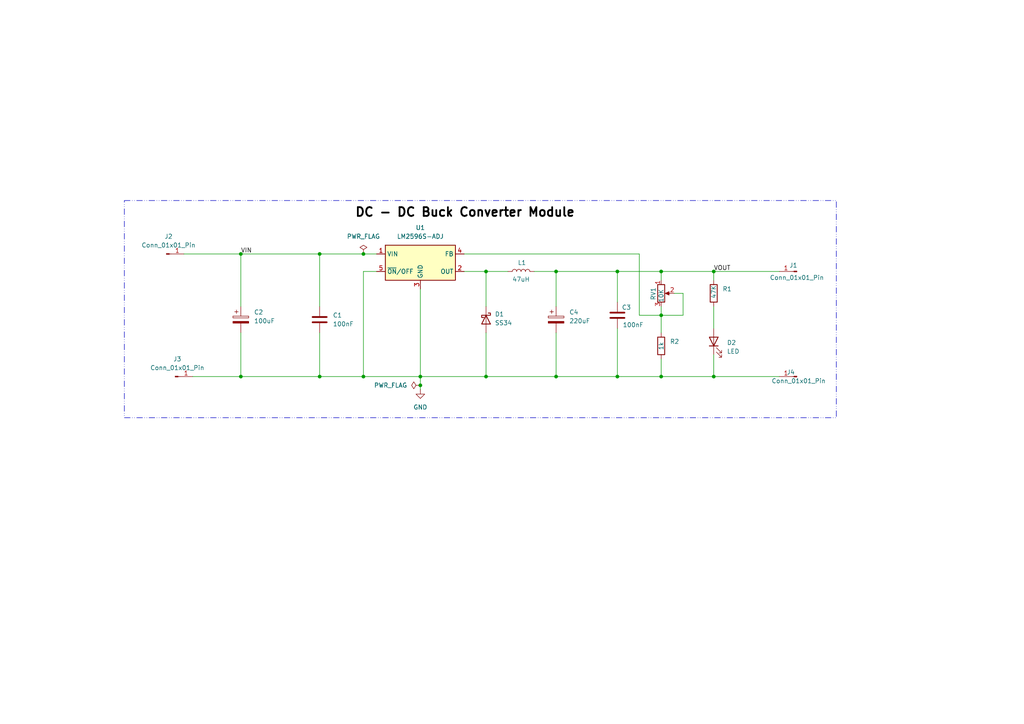
<source format=kicad_sch>
(kicad_sch
	(version 20250114)
	(generator "eeschema")
	(generator_version "9.0")
	(uuid "ee873b0c-d1dd-4d4f-98fc-cd2b040bd9b4")
	(paper "A4")
	(title_block
		(title "DC - DC Buck Converter Module")
		(date "2025-11-30")
		(company "IIT DHARWAD ")
		(comment 1 "Drawn By:- Er. Sujit Kumar")
	)
	(lib_symbols
		(symbol "Connector:Conn_01x01_Pin"
			(pin_names
				(offset 1.016)
				(hide yes)
			)
			(exclude_from_sim no)
			(in_bom yes)
			(on_board yes)
			(property "Reference" "J"
				(at 0 2.54 0)
				(effects
					(font
						(size 1.27 1.27)
					)
				)
			)
			(property "Value" "Conn_01x01_Pin"
				(at 0 -2.54 0)
				(effects
					(font
						(size 1.27 1.27)
					)
				)
			)
			(property "Footprint" ""
				(at 0 0 0)
				(effects
					(font
						(size 1.27 1.27)
					)
					(hide yes)
				)
			)
			(property "Datasheet" "~"
				(at 0 0 0)
				(effects
					(font
						(size 1.27 1.27)
					)
					(hide yes)
				)
			)
			(property "Description" "Generic connector, single row, 01x01, script generated"
				(at 0 0 0)
				(effects
					(font
						(size 1.27 1.27)
					)
					(hide yes)
				)
			)
			(property "ki_locked" ""
				(at 0 0 0)
				(effects
					(font
						(size 1.27 1.27)
					)
				)
			)
			(property "ki_keywords" "connector"
				(at 0 0 0)
				(effects
					(font
						(size 1.27 1.27)
					)
					(hide yes)
				)
			)
			(property "ki_fp_filters" "Connector*:*_1x??_*"
				(at 0 0 0)
				(effects
					(font
						(size 1.27 1.27)
					)
					(hide yes)
				)
			)
			(symbol "Conn_01x01_Pin_1_1"
				(rectangle
					(start 0.8636 0.127)
					(end 0 -0.127)
					(stroke
						(width 0.1524)
						(type default)
					)
					(fill
						(type outline)
					)
				)
				(polyline
					(pts
						(xy 1.27 0) (xy 0.8636 0)
					)
					(stroke
						(width 0.1524)
						(type default)
					)
					(fill
						(type none)
					)
				)
				(pin passive line
					(at 5.08 0 180)
					(length 3.81)
					(name "Pin_1"
						(effects
							(font
								(size 1.27 1.27)
							)
						)
					)
					(number "1"
						(effects
							(font
								(size 1.27 1.27)
							)
						)
					)
				)
			)
			(embedded_fonts no)
		)
		(symbol "Device:C"
			(pin_numbers
				(hide yes)
			)
			(pin_names
				(offset 0.254)
			)
			(exclude_from_sim no)
			(in_bom yes)
			(on_board yes)
			(property "Reference" "C"
				(at 0.635 2.54 0)
				(effects
					(font
						(size 1.27 1.27)
					)
					(justify left)
				)
			)
			(property "Value" "C"
				(at 0.635 -2.54 0)
				(effects
					(font
						(size 1.27 1.27)
					)
					(justify left)
				)
			)
			(property "Footprint" ""
				(at 0.9652 -3.81 0)
				(effects
					(font
						(size 1.27 1.27)
					)
					(hide yes)
				)
			)
			(property "Datasheet" "~"
				(at 0 0 0)
				(effects
					(font
						(size 1.27 1.27)
					)
					(hide yes)
				)
			)
			(property "Description" "Unpolarized capacitor"
				(at 0 0 0)
				(effects
					(font
						(size 1.27 1.27)
					)
					(hide yes)
				)
			)
			(property "ki_keywords" "cap capacitor"
				(at 0 0 0)
				(effects
					(font
						(size 1.27 1.27)
					)
					(hide yes)
				)
			)
			(property "ki_fp_filters" "C_*"
				(at 0 0 0)
				(effects
					(font
						(size 1.27 1.27)
					)
					(hide yes)
				)
			)
			(symbol "C_0_1"
				(polyline
					(pts
						(xy -2.032 0.762) (xy 2.032 0.762)
					)
					(stroke
						(width 0.508)
						(type default)
					)
					(fill
						(type none)
					)
				)
				(polyline
					(pts
						(xy -2.032 -0.762) (xy 2.032 -0.762)
					)
					(stroke
						(width 0.508)
						(type default)
					)
					(fill
						(type none)
					)
				)
			)
			(symbol "C_1_1"
				(pin passive line
					(at 0 3.81 270)
					(length 2.794)
					(name "~"
						(effects
							(font
								(size 1.27 1.27)
							)
						)
					)
					(number "1"
						(effects
							(font
								(size 1.27 1.27)
							)
						)
					)
				)
				(pin passive line
					(at 0 -3.81 90)
					(length 2.794)
					(name "~"
						(effects
							(font
								(size 1.27 1.27)
							)
						)
					)
					(number "2"
						(effects
							(font
								(size 1.27 1.27)
							)
						)
					)
				)
			)
			(embedded_fonts no)
		)
		(symbol "Device:C_Polarized"
			(pin_numbers
				(hide yes)
			)
			(pin_names
				(offset 0.254)
			)
			(exclude_from_sim no)
			(in_bom yes)
			(on_board yes)
			(property "Reference" "C"
				(at 0.635 2.54 0)
				(effects
					(font
						(size 1.27 1.27)
					)
					(justify left)
				)
			)
			(property "Value" "C_Polarized"
				(at 0.635 -2.54 0)
				(effects
					(font
						(size 1.27 1.27)
					)
					(justify left)
				)
			)
			(property "Footprint" ""
				(at 0.9652 -3.81 0)
				(effects
					(font
						(size 1.27 1.27)
					)
					(hide yes)
				)
			)
			(property "Datasheet" "~"
				(at 0 0 0)
				(effects
					(font
						(size 1.27 1.27)
					)
					(hide yes)
				)
			)
			(property "Description" "Polarized capacitor"
				(at 0 0 0)
				(effects
					(font
						(size 1.27 1.27)
					)
					(hide yes)
				)
			)
			(property "ki_keywords" "cap capacitor"
				(at 0 0 0)
				(effects
					(font
						(size 1.27 1.27)
					)
					(hide yes)
				)
			)
			(property "ki_fp_filters" "CP_*"
				(at 0 0 0)
				(effects
					(font
						(size 1.27 1.27)
					)
					(hide yes)
				)
			)
			(symbol "C_Polarized_0_1"
				(rectangle
					(start -2.286 0.508)
					(end 2.286 1.016)
					(stroke
						(width 0)
						(type default)
					)
					(fill
						(type none)
					)
				)
				(polyline
					(pts
						(xy -1.778 2.286) (xy -0.762 2.286)
					)
					(stroke
						(width 0)
						(type default)
					)
					(fill
						(type none)
					)
				)
				(polyline
					(pts
						(xy -1.27 2.794) (xy -1.27 1.778)
					)
					(stroke
						(width 0)
						(type default)
					)
					(fill
						(type none)
					)
				)
				(rectangle
					(start 2.286 -0.508)
					(end -2.286 -1.016)
					(stroke
						(width 0)
						(type default)
					)
					(fill
						(type outline)
					)
				)
			)
			(symbol "C_Polarized_1_1"
				(pin passive line
					(at 0 3.81 270)
					(length 2.794)
					(name "~"
						(effects
							(font
								(size 1.27 1.27)
							)
						)
					)
					(number "1"
						(effects
							(font
								(size 1.27 1.27)
							)
						)
					)
				)
				(pin passive line
					(at 0 -3.81 90)
					(length 2.794)
					(name "~"
						(effects
							(font
								(size 1.27 1.27)
							)
						)
					)
					(number "2"
						(effects
							(font
								(size 1.27 1.27)
							)
						)
					)
				)
			)
			(embedded_fonts no)
		)
		(symbol "Device:D_Schottky"
			(pin_numbers
				(hide yes)
			)
			(pin_names
				(offset 1.016)
				(hide yes)
			)
			(exclude_from_sim no)
			(in_bom yes)
			(on_board yes)
			(property "Reference" "D"
				(at 0 2.54 0)
				(effects
					(font
						(size 1.27 1.27)
					)
				)
			)
			(property "Value" "D_Schottky"
				(at 0 -2.54 0)
				(effects
					(font
						(size 1.27 1.27)
					)
				)
			)
			(property "Footprint" ""
				(at 0 0 0)
				(effects
					(font
						(size 1.27 1.27)
					)
					(hide yes)
				)
			)
			(property "Datasheet" "~"
				(at 0 0 0)
				(effects
					(font
						(size 1.27 1.27)
					)
					(hide yes)
				)
			)
			(property "Description" "Schottky diode"
				(at 0 0 0)
				(effects
					(font
						(size 1.27 1.27)
					)
					(hide yes)
				)
			)
			(property "ki_keywords" "diode Schottky"
				(at 0 0 0)
				(effects
					(font
						(size 1.27 1.27)
					)
					(hide yes)
				)
			)
			(property "ki_fp_filters" "TO-???* *_Diode_* *SingleDiode* D_*"
				(at 0 0 0)
				(effects
					(font
						(size 1.27 1.27)
					)
					(hide yes)
				)
			)
			(symbol "D_Schottky_0_1"
				(polyline
					(pts
						(xy -1.905 0.635) (xy -1.905 1.27) (xy -1.27 1.27) (xy -1.27 -1.27) (xy -0.635 -1.27) (xy -0.635 -0.635)
					)
					(stroke
						(width 0.254)
						(type default)
					)
					(fill
						(type none)
					)
				)
				(polyline
					(pts
						(xy 1.27 1.27) (xy 1.27 -1.27) (xy -1.27 0) (xy 1.27 1.27)
					)
					(stroke
						(width 0.254)
						(type default)
					)
					(fill
						(type none)
					)
				)
				(polyline
					(pts
						(xy 1.27 0) (xy -1.27 0)
					)
					(stroke
						(width 0)
						(type default)
					)
					(fill
						(type none)
					)
				)
			)
			(symbol "D_Schottky_1_1"
				(pin passive line
					(at -3.81 0 0)
					(length 2.54)
					(name "K"
						(effects
							(font
								(size 1.27 1.27)
							)
						)
					)
					(number "1"
						(effects
							(font
								(size 1.27 1.27)
							)
						)
					)
				)
				(pin passive line
					(at 3.81 0 180)
					(length 2.54)
					(name "A"
						(effects
							(font
								(size 1.27 1.27)
							)
						)
					)
					(number "2"
						(effects
							(font
								(size 1.27 1.27)
							)
						)
					)
				)
			)
			(embedded_fonts no)
		)
		(symbol "Device:L"
			(pin_numbers
				(hide yes)
			)
			(pin_names
				(offset 1.016)
				(hide yes)
			)
			(exclude_from_sim no)
			(in_bom yes)
			(on_board yes)
			(property "Reference" "L"
				(at -1.27 0 90)
				(effects
					(font
						(size 1.27 1.27)
					)
				)
			)
			(property "Value" "L"
				(at 1.905 0 90)
				(effects
					(font
						(size 1.27 1.27)
					)
				)
			)
			(property "Footprint" ""
				(at 0 0 0)
				(effects
					(font
						(size 1.27 1.27)
					)
					(hide yes)
				)
			)
			(property "Datasheet" "~"
				(at 0 0 0)
				(effects
					(font
						(size 1.27 1.27)
					)
					(hide yes)
				)
			)
			(property "Description" "Inductor"
				(at 0 0 0)
				(effects
					(font
						(size 1.27 1.27)
					)
					(hide yes)
				)
			)
			(property "ki_keywords" "inductor choke coil reactor magnetic"
				(at 0 0 0)
				(effects
					(font
						(size 1.27 1.27)
					)
					(hide yes)
				)
			)
			(property "ki_fp_filters" "Choke_* *Coil* Inductor_* L_*"
				(at 0 0 0)
				(effects
					(font
						(size 1.27 1.27)
					)
					(hide yes)
				)
			)
			(symbol "L_0_1"
				(arc
					(start 0 2.54)
					(mid 0.6323 1.905)
					(end 0 1.27)
					(stroke
						(width 0)
						(type default)
					)
					(fill
						(type none)
					)
				)
				(arc
					(start 0 1.27)
					(mid 0.6323 0.635)
					(end 0 0)
					(stroke
						(width 0)
						(type default)
					)
					(fill
						(type none)
					)
				)
				(arc
					(start 0 0)
					(mid 0.6323 -0.635)
					(end 0 -1.27)
					(stroke
						(width 0)
						(type default)
					)
					(fill
						(type none)
					)
				)
				(arc
					(start 0 -1.27)
					(mid 0.6323 -1.905)
					(end 0 -2.54)
					(stroke
						(width 0)
						(type default)
					)
					(fill
						(type none)
					)
				)
			)
			(symbol "L_1_1"
				(pin passive line
					(at 0 3.81 270)
					(length 1.27)
					(name "1"
						(effects
							(font
								(size 1.27 1.27)
							)
						)
					)
					(number "1"
						(effects
							(font
								(size 1.27 1.27)
							)
						)
					)
				)
				(pin passive line
					(at 0 -3.81 90)
					(length 1.27)
					(name "2"
						(effects
							(font
								(size 1.27 1.27)
							)
						)
					)
					(number "2"
						(effects
							(font
								(size 1.27 1.27)
							)
						)
					)
				)
			)
			(embedded_fonts no)
		)
		(symbol "Device:LED"
			(pin_numbers
				(hide yes)
			)
			(pin_names
				(offset 1.016)
				(hide yes)
			)
			(exclude_from_sim no)
			(in_bom yes)
			(on_board yes)
			(property "Reference" "D"
				(at 0 2.54 0)
				(effects
					(font
						(size 1.27 1.27)
					)
				)
			)
			(property "Value" "LED"
				(at 0 -2.54 0)
				(effects
					(font
						(size 1.27 1.27)
					)
				)
			)
			(property "Footprint" ""
				(at 0 0 0)
				(effects
					(font
						(size 1.27 1.27)
					)
					(hide yes)
				)
			)
			(property "Datasheet" "~"
				(at 0 0 0)
				(effects
					(font
						(size 1.27 1.27)
					)
					(hide yes)
				)
			)
			(property "Description" "Light emitting diode"
				(at 0 0 0)
				(effects
					(font
						(size 1.27 1.27)
					)
					(hide yes)
				)
			)
			(property "Sim.Pins" "1=K 2=A"
				(at 0 0 0)
				(effects
					(font
						(size 1.27 1.27)
					)
					(hide yes)
				)
			)
			(property "ki_keywords" "LED diode"
				(at 0 0 0)
				(effects
					(font
						(size 1.27 1.27)
					)
					(hide yes)
				)
			)
			(property "ki_fp_filters" "LED* LED_SMD:* LED_THT:*"
				(at 0 0 0)
				(effects
					(font
						(size 1.27 1.27)
					)
					(hide yes)
				)
			)
			(symbol "LED_0_1"
				(polyline
					(pts
						(xy -3.048 -0.762) (xy -4.572 -2.286) (xy -3.81 -2.286) (xy -4.572 -2.286) (xy -4.572 -1.524)
					)
					(stroke
						(width 0)
						(type default)
					)
					(fill
						(type none)
					)
				)
				(polyline
					(pts
						(xy -1.778 -0.762) (xy -3.302 -2.286) (xy -2.54 -2.286) (xy -3.302 -2.286) (xy -3.302 -1.524)
					)
					(stroke
						(width 0)
						(type default)
					)
					(fill
						(type none)
					)
				)
				(polyline
					(pts
						(xy -1.27 0) (xy 1.27 0)
					)
					(stroke
						(width 0)
						(type default)
					)
					(fill
						(type none)
					)
				)
				(polyline
					(pts
						(xy -1.27 -1.27) (xy -1.27 1.27)
					)
					(stroke
						(width 0.254)
						(type default)
					)
					(fill
						(type none)
					)
				)
				(polyline
					(pts
						(xy 1.27 -1.27) (xy 1.27 1.27) (xy -1.27 0) (xy 1.27 -1.27)
					)
					(stroke
						(width 0.254)
						(type default)
					)
					(fill
						(type none)
					)
				)
			)
			(symbol "LED_1_1"
				(pin passive line
					(at -3.81 0 0)
					(length 2.54)
					(name "K"
						(effects
							(font
								(size 1.27 1.27)
							)
						)
					)
					(number "1"
						(effects
							(font
								(size 1.27 1.27)
							)
						)
					)
				)
				(pin passive line
					(at 3.81 0 180)
					(length 2.54)
					(name "A"
						(effects
							(font
								(size 1.27 1.27)
							)
						)
					)
					(number "2"
						(effects
							(font
								(size 1.27 1.27)
							)
						)
					)
				)
			)
			(embedded_fonts no)
		)
		(symbol "Device:R"
			(pin_numbers
				(hide yes)
			)
			(pin_names
				(offset 0)
			)
			(exclude_from_sim no)
			(in_bom yes)
			(on_board yes)
			(property "Reference" "R"
				(at 2.032 0 90)
				(effects
					(font
						(size 1.27 1.27)
					)
				)
			)
			(property "Value" "R"
				(at 0 0 90)
				(effects
					(font
						(size 1.27 1.27)
					)
				)
			)
			(property "Footprint" ""
				(at -1.778 0 90)
				(effects
					(font
						(size 1.27 1.27)
					)
					(hide yes)
				)
			)
			(property "Datasheet" "~"
				(at 0 0 0)
				(effects
					(font
						(size 1.27 1.27)
					)
					(hide yes)
				)
			)
			(property "Description" "Resistor"
				(at 0 0 0)
				(effects
					(font
						(size 1.27 1.27)
					)
					(hide yes)
				)
			)
			(property "ki_keywords" "R res resistor"
				(at 0 0 0)
				(effects
					(font
						(size 1.27 1.27)
					)
					(hide yes)
				)
			)
			(property "ki_fp_filters" "R_*"
				(at 0 0 0)
				(effects
					(font
						(size 1.27 1.27)
					)
					(hide yes)
				)
			)
			(symbol "R_0_1"
				(rectangle
					(start -1.016 -2.54)
					(end 1.016 2.54)
					(stroke
						(width 0.254)
						(type default)
					)
					(fill
						(type none)
					)
				)
			)
			(symbol "R_1_1"
				(pin passive line
					(at 0 3.81 270)
					(length 1.27)
					(name "~"
						(effects
							(font
								(size 1.27 1.27)
							)
						)
					)
					(number "1"
						(effects
							(font
								(size 1.27 1.27)
							)
						)
					)
				)
				(pin passive line
					(at 0 -3.81 90)
					(length 1.27)
					(name "~"
						(effects
							(font
								(size 1.27 1.27)
							)
						)
					)
					(number "2"
						(effects
							(font
								(size 1.27 1.27)
							)
						)
					)
				)
			)
			(embedded_fonts no)
		)
		(symbol "Device:R_Potentiometer"
			(pin_names
				(offset 1.016)
				(hide yes)
			)
			(exclude_from_sim no)
			(in_bom yes)
			(on_board yes)
			(property "Reference" "RV"
				(at -4.445 0 90)
				(effects
					(font
						(size 1.27 1.27)
					)
				)
			)
			(property "Value" "R_Potentiometer"
				(at -2.54 0 90)
				(effects
					(font
						(size 1.27 1.27)
					)
				)
			)
			(property "Footprint" ""
				(at 0 0 0)
				(effects
					(font
						(size 1.27 1.27)
					)
					(hide yes)
				)
			)
			(property "Datasheet" "~"
				(at 0 0 0)
				(effects
					(font
						(size 1.27 1.27)
					)
					(hide yes)
				)
			)
			(property "Description" "Potentiometer"
				(at 0 0 0)
				(effects
					(font
						(size 1.27 1.27)
					)
					(hide yes)
				)
			)
			(property "ki_keywords" "resistor variable"
				(at 0 0 0)
				(effects
					(font
						(size 1.27 1.27)
					)
					(hide yes)
				)
			)
			(property "ki_fp_filters" "Potentiometer*"
				(at 0 0 0)
				(effects
					(font
						(size 1.27 1.27)
					)
					(hide yes)
				)
			)
			(symbol "R_Potentiometer_0_1"
				(rectangle
					(start 1.016 2.54)
					(end -1.016 -2.54)
					(stroke
						(width 0.254)
						(type default)
					)
					(fill
						(type none)
					)
				)
				(polyline
					(pts
						(xy 1.143 0) (xy 2.286 0.508) (xy 2.286 -0.508) (xy 1.143 0)
					)
					(stroke
						(width 0)
						(type default)
					)
					(fill
						(type outline)
					)
				)
				(polyline
					(pts
						(xy 2.54 0) (xy 1.524 0)
					)
					(stroke
						(width 0)
						(type default)
					)
					(fill
						(type none)
					)
				)
			)
			(symbol "R_Potentiometer_1_1"
				(pin passive line
					(at 0 3.81 270)
					(length 1.27)
					(name "1"
						(effects
							(font
								(size 1.27 1.27)
							)
						)
					)
					(number "1"
						(effects
							(font
								(size 1.27 1.27)
							)
						)
					)
				)
				(pin passive line
					(at 0 -3.81 90)
					(length 1.27)
					(name "3"
						(effects
							(font
								(size 1.27 1.27)
							)
						)
					)
					(number "3"
						(effects
							(font
								(size 1.27 1.27)
							)
						)
					)
				)
				(pin passive line
					(at 3.81 0 180)
					(length 1.27)
					(name "2"
						(effects
							(font
								(size 1.27 1.27)
							)
						)
					)
					(number "2"
						(effects
							(font
								(size 1.27 1.27)
							)
						)
					)
				)
			)
			(embedded_fonts no)
		)
		(symbol "Regulator_Switching:LM2596S-ADJ"
			(exclude_from_sim no)
			(in_bom yes)
			(on_board yes)
			(property "Reference" "U"
				(at -10.16 6.35 0)
				(effects
					(font
						(size 1.27 1.27)
					)
					(justify left)
				)
			)
			(property "Value" "LM2596S-ADJ"
				(at 0 6.35 0)
				(effects
					(font
						(size 1.27 1.27)
					)
					(justify left)
				)
			)
			(property "Footprint" "Package_TO_SOT_SMD:TO-263-5_TabPin3"
				(at 1.27 -6.35 0)
				(effects
					(font
						(size 1.27 1.27)
						(italic yes)
					)
					(justify left)
					(hide yes)
				)
			)
			(property "Datasheet" "http://www.ti.com/lit/ds/symlink/lm2596.pdf"
				(at 0 0 0)
				(effects
					(font
						(size 1.27 1.27)
					)
					(hide yes)
				)
			)
			(property "Description" "Adjustable 3A Step-Down Voltage Regulator, TO-263"
				(at 0 0 0)
				(effects
					(font
						(size 1.27 1.27)
					)
					(hide yes)
				)
			)
			(property "ki_keywords" "Step-Down Voltage Regulator Adjustable 3A"
				(at 0 0 0)
				(effects
					(font
						(size 1.27 1.27)
					)
					(hide yes)
				)
			)
			(property "ki_fp_filters" "TO?263*"
				(at 0 0 0)
				(effects
					(font
						(size 1.27 1.27)
					)
					(hide yes)
				)
			)
			(symbol "LM2596S-ADJ_0_1"
				(rectangle
					(start -10.16 5.08)
					(end 10.16 -5.08)
					(stroke
						(width 0.254)
						(type default)
					)
					(fill
						(type background)
					)
				)
			)
			(symbol "LM2596S-ADJ_1_1"
				(pin power_in line
					(at -12.7 2.54 0)
					(length 2.54)
					(name "VIN"
						(effects
							(font
								(size 1.27 1.27)
							)
						)
					)
					(number "1"
						(effects
							(font
								(size 1.27 1.27)
							)
						)
					)
				)
				(pin input line
					(at -12.7 -2.54 0)
					(length 2.54)
					(name "~{ON}/OFF"
						(effects
							(font
								(size 1.27 1.27)
							)
						)
					)
					(number "5"
						(effects
							(font
								(size 1.27 1.27)
							)
						)
					)
				)
				(pin power_in line
					(at 0 -7.62 90)
					(length 2.54)
					(name "GND"
						(effects
							(font
								(size 1.27 1.27)
							)
						)
					)
					(number "3"
						(effects
							(font
								(size 1.27 1.27)
							)
						)
					)
				)
				(pin input line
					(at 12.7 2.54 180)
					(length 2.54)
					(name "FB"
						(effects
							(font
								(size 1.27 1.27)
							)
						)
					)
					(number "4"
						(effects
							(font
								(size 1.27 1.27)
							)
						)
					)
				)
				(pin output line
					(at 12.7 -2.54 180)
					(length 2.54)
					(name "OUT"
						(effects
							(font
								(size 1.27 1.27)
							)
						)
					)
					(number "2"
						(effects
							(font
								(size 1.27 1.27)
							)
						)
					)
				)
			)
			(embedded_fonts no)
		)
		(symbol "power:GND"
			(power)
			(pin_numbers
				(hide yes)
			)
			(pin_names
				(offset 0)
				(hide yes)
			)
			(exclude_from_sim no)
			(in_bom yes)
			(on_board yes)
			(property "Reference" "#PWR"
				(at 0 -6.35 0)
				(effects
					(font
						(size 1.27 1.27)
					)
					(hide yes)
				)
			)
			(property "Value" "GND"
				(at 0 -3.81 0)
				(effects
					(font
						(size 1.27 1.27)
					)
				)
			)
			(property "Footprint" ""
				(at 0 0 0)
				(effects
					(font
						(size 1.27 1.27)
					)
					(hide yes)
				)
			)
			(property "Datasheet" ""
				(at 0 0 0)
				(effects
					(font
						(size 1.27 1.27)
					)
					(hide yes)
				)
			)
			(property "Description" "Power symbol creates a global label with name \"GND\" , ground"
				(at 0 0 0)
				(effects
					(font
						(size 1.27 1.27)
					)
					(hide yes)
				)
			)
			(property "ki_keywords" "global power"
				(at 0 0 0)
				(effects
					(font
						(size 1.27 1.27)
					)
					(hide yes)
				)
			)
			(symbol "GND_0_1"
				(polyline
					(pts
						(xy 0 0) (xy 0 -1.27) (xy 1.27 -1.27) (xy 0 -2.54) (xy -1.27 -1.27) (xy 0 -1.27)
					)
					(stroke
						(width 0)
						(type default)
					)
					(fill
						(type none)
					)
				)
			)
			(symbol "GND_1_1"
				(pin power_in line
					(at 0 0 270)
					(length 0)
					(name "~"
						(effects
							(font
								(size 1.27 1.27)
							)
						)
					)
					(number "1"
						(effects
							(font
								(size 1.27 1.27)
							)
						)
					)
				)
			)
			(embedded_fonts no)
		)
		(symbol "power:PWR_FLAG"
			(power)
			(pin_numbers
				(hide yes)
			)
			(pin_names
				(offset 0)
				(hide yes)
			)
			(exclude_from_sim no)
			(in_bom yes)
			(on_board yes)
			(property "Reference" "#FLG"
				(at 0 1.905 0)
				(effects
					(font
						(size 1.27 1.27)
					)
					(hide yes)
				)
			)
			(property "Value" "PWR_FLAG"
				(at 0 3.81 0)
				(effects
					(font
						(size 1.27 1.27)
					)
				)
			)
			(property "Footprint" ""
				(at 0 0 0)
				(effects
					(font
						(size 1.27 1.27)
					)
					(hide yes)
				)
			)
			(property "Datasheet" "~"
				(at 0 0 0)
				(effects
					(font
						(size 1.27 1.27)
					)
					(hide yes)
				)
			)
			(property "Description" "Special symbol for telling ERC where power comes from"
				(at 0 0 0)
				(effects
					(font
						(size 1.27 1.27)
					)
					(hide yes)
				)
			)
			(property "ki_keywords" "flag power"
				(at 0 0 0)
				(effects
					(font
						(size 1.27 1.27)
					)
					(hide yes)
				)
			)
			(symbol "PWR_FLAG_0_0"
				(pin power_out line
					(at 0 0 90)
					(length 0)
					(name "~"
						(effects
							(font
								(size 1.27 1.27)
							)
						)
					)
					(number "1"
						(effects
							(font
								(size 1.27 1.27)
							)
						)
					)
				)
			)
			(symbol "PWR_FLAG_0_1"
				(polyline
					(pts
						(xy 0 0) (xy 0 1.27) (xy -1.016 1.905) (xy 0 2.54) (xy 1.016 1.905) (xy 0 1.27)
					)
					(stroke
						(width 0)
						(type default)
					)
					(fill
						(type none)
					)
				)
			)
			(embedded_fonts no)
		)
	)
	(rectangle
		(start 36.068 58.166)
		(end 242.57 121.158)
		(stroke
			(width 0)
			(type dash_dot_dot)
		)
		(fill
			(type none)
		)
		(uuid 188309ef-0de7-4643-ac90-bebc4c65d182)
	)
	(text "DC - DC Buck Converter Module"
		(exclude_from_sim no)
		(at 134.874 61.722 0)
		(effects
			(font
				(size 2.54 2.54)
				(thickness 0.508)
				(bold yes)
				(color 0 0 0 1)
			)
		)
		(uuid "a17c159b-8a8b-4ea6-867d-8356bdc91483")
	)
	(junction
		(at 69.85 109.22)
		(diameter 0)
		(color 0 0 0 0)
		(uuid "24fba0b2-7ff1-442f-ab62-4243264cf96e")
	)
	(junction
		(at 140.97 109.22)
		(diameter 0)
		(color 0 0 0 0)
		(uuid "392aa17c-d0bb-4310-bc9e-7c6583a51cc0")
	)
	(junction
		(at 92.71 109.22)
		(diameter 0)
		(color 0 0 0 0)
		(uuid "45dcdfd1-ea04-4b52-a79a-6bed03e0e7b1")
	)
	(junction
		(at 207.01 109.22)
		(diameter 0)
		(color 0 0 0 0)
		(uuid "5ef7d10e-dcd1-4278-8d59-3c0c2b23bff5")
	)
	(junction
		(at 69.85 73.66)
		(diameter 0)
		(color 0 0 0 0)
		(uuid "70294ff0-7377-45a9-9dbf-e8421dfc4e1c")
	)
	(junction
		(at 140.97 78.74)
		(diameter 0)
		(color 0 0 0 0)
		(uuid "71c64188-bad7-4a82-a180-137e3f81953b")
	)
	(junction
		(at 105.41 73.66)
		(diameter 0)
		(color 0 0 0 0)
		(uuid "8acd2d8d-c6c6-418f-8eff-e9e233ce0183")
	)
	(junction
		(at 191.77 109.22)
		(diameter 0)
		(color 0 0 0 0)
		(uuid "8c1064fc-d3f8-4d99-a781-8c32e7a1dbdf")
	)
	(junction
		(at 121.92 109.22)
		(diameter 0)
		(color 0 0 0 0)
		(uuid "ae50037a-b768-4279-b289-5316021e0e82")
	)
	(junction
		(at 161.29 78.74)
		(diameter 0)
		(color 0 0 0 0)
		(uuid "bae85ef4-f655-4e6e-9eb3-252e1d123d71")
	)
	(junction
		(at 121.92 111.76)
		(diameter 0)
		(color 0 0 0 0)
		(uuid "bb284ac6-2e61-47f9-bc85-7a51f80e077a")
	)
	(junction
		(at 179.07 109.22)
		(diameter 0)
		(color 0 0 0 0)
		(uuid "d6a4eccf-0b9d-4520-a093-0299921d33ef")
	)
	(junction
		(at 105.41 109.22)
		(diameter 0)
		(color 0 0 0 0)
		(uuid "daca2091-2d6d-45b4-8398-3287d1e43bb9")
	)
	(junction
		(at 207.01 78.74)
		(diameter 0)
		(color 0 0 0 0)
		(uuid "e8b2ef2b-cb55-4ba7-bffd-3a87ea5982a1")
	)
	(junction
		(at 191.77 91.44)
		(diameter 0)
		(color 0 0 0 0)
		(uuid "ed94fd10-d7fc-40da-8e96-4491aa5df91f")
	)
	(junction
		(at 92.71 73.66)
		(diameter 0)
		(color 0 0 0 0)
		(uuid "ef7e274f-c4b9-4744-a6ea-c0b832af57dd")
	)
	(junction
		(at 191.77 78.74)
		(diameter 0)
		(color 0 0 0 0)
		(uuid "f18292e2-6a20-4da3-b150-86b5d99882b9")
	)
	(junction
		(at 179.07 78.74)
		(diameter 0)
		(color 0 0 0 0)
		(uuid "f8e141d0-b438-4056-b812-e1e55f96dd6c")
	)
	(junction
		(at 161.29 109.22)
		(diameter 0)
		(color 0 0 0 0)
		(uuid "fd1cd8b5-7fcd-4d6e-88a6-1aab260ac6b0")
	)
	(wire
		(pts
			(xy 92.71 88.9) (xy 92.71 73.66)
		)
		(stroke
			(width 0)
			(type default)
		)
		(uuid "05daa295-b0fb-4f81-a655-c39e558bcbc7")
	)
	(wire
		(pts
			(xy 207.01 95.25) (xy 207.01 88.9)
		)
		(stroke
			(width 0)
			(type default)
		)
		(uuid "0643afba-a477-46c7-8592-4922e55259bc")
	)
	(wire
		(pts
			(xy 121.92 111.76) (xy 121.92 109.22)
		)
		(stroke
			(width 0)
			(type default)
		)
		(uuid "0e03d504-a166-4fdb-961a-05a6d8ff984a")
	)
	(wire
		(pts
			(xy 69.85 88.9) (xy 69.85 73.66)
		)
		(stroke
			(width 0)
			(type default)
		)
		(uuid "1556dc30-c7d8-4354-930b-0f813bf6844b")
	)
	(wire
		(pts
			(xy 161.29 96.52) (xy 161.29 109.22)
		)
		(stroke
			(width 0)
			(type default)
		)
		(uuid "16f92240-a637-40eb-bd57-f753622258f2")
	)
	(wire
		(pts
			(xy 109.22 78.74) (xy 105.41 78.74)
		)
		(stroke
			(width 0)
			(type default)
		)
		(uuid "1d403c36-fcd6-4e79-a312-47c7cdd2f47a")
	)
	(wire
		(pts
			(xy 161.29 109.22) (xy 179.07 109.22)
		)
		(stroke
			(width 0)
			(type default)
		)
		(uuid "2178f7c4-f17e-4aea-8811-15a75962bb07")
	)
	(wire
		(pts
			(xy 69.85 73.66) (xy 92.71 73.66)
		)
		(stroke
			(width 0)
			(type default)
		)
		(uuid "228d22fe-4703-4b6a-b586-5a2173e03705")
	)
	(wire
		(pts
			(xy 179.07 78.74) (xy 161.29 78.74)
		)
		(stroke
			(width 0)
			(type default)
		)
		(uuid "29fea5ab-7c70-4d3b-83d7-19186d85ed6d")
	)
	(wire
		(pts
			(xy 198.12 91.44) (xy 191.77 91.44)
		)
		(stroke
			(width 0)
			(type default)
		)
		(uuid "30d54bc1-0604-4e45-a3b7-8e9823871148")
	)
	(wire
		(pts
			(xy 105.41 109.22) (xy 121.92 109.22)
		)
		(stroke
			(width 0)
			(type default)
		)
		(uuid "3602a068-539d-4309-bf44-6e8147f87298")
	)
	(wire
		(pts
			(xy 92.71 96.52) (xy 92.71 109.22)
		)
		(stroke
			(width 0)
			(type default)
		)
		(uuid "37a7a12b-f621-4ff9-b75a-188faaf28bfc")
	)
	(wire
		(pts
			(xy 161.29 78.74) (xy 161.29 88.9)
		)
		(stroke
			(width 0)
			(type default)
		)
		(uuid "520f53f3-4b9e-4e06-b6f9-ce1ba8917034")
	)
	(wire
		(pts
			(xy 191.77 104.14) (xy 191.77 109.22)
		)
		(stroke
			(width 0)
			(type default)
		)
		(uuid "54081331-f72a-40a6-b81b-c67b9948d660")
	)
	(wire
		(pts
			(xy 185.42 91.44) (xy 191.77 91.44)
		)
		(stroke
			(width 0)
			(type default)
		)
		(uuid "5688a82c-e449-443e-a54f-bff8825d0445")
	)
	(wire
		(pts
			(xy 121.92 109.22) (xy 140.97 109.22)
		)
		(stroke
			(width 0)
			(type default)
		)
		(uuid "604ba7ae-f903-4b46-8431-a4ab23b9af7b")
	)
	(wire
		(pts
			(xy 191.77 91.44) (xy 191.77 96.52)
		)
		(stroke
			(width 0)
			(type default)
		)
		(uuid "609730f2-0ba3-4a7f-aaf4-88580fe1f98f")
	)
	(wire
		(pts
			(xy 207.01 109.22) (xy 226.06 109.22)
		)
		(stroke
			(width 0)
			(type default)
		)
		(uuid "610e6bfb-c7ab-427f-bfca-230384fe612c")
	)
	(wire
		(pts
			(xy 191.77 78.74) (xy 207.01 78.74)
		)
		(stroke
			(width 0)
			(type default)
		)
		(uuid "6a096146-bb9b-4825-886b-7e2172df1d49")
	)
	(wire
		(pts
			(xy 198.12 85.09) (xy 198.12 91.44)
		)
		(stroke
			(width 0)
			(type default)
		)
		(uuid "6d78c1e4-785d-4eff-8785-4779fe071c6e")
	)
	(wire
		(pts
			(xy 179.07 95.25) (xy 179.07 109.22)
		)
		(stroke
			(width 0)
			(type default)
		)
		(uuid "6ed465c9-148e-45a5-a65b-2149d66240c7")
	)
	(wire
		(pts
			(xy 53.34 73.66) (xy 69.85 73.66)
		)
		(stroke
			(width 0)
			(type default)
		)
		(uuid "774bbcab-c421-4fae-8da3-c154f6acbe41")
	)
	(wire
		(pts
			(xy 179.07 109.22) (xy 191.77 109.22)
		)
		(stroke
			(width 0)
			(type default)
		)
		(uuid "786cc5b5-5858-4739-b8c8-d66f36456d28")
	)
	(wire
		(pts
			(xy 140.97 96.52) (xy 140.97 109.22)
		)
		(stroke
			(width 0)
			(type default)
		)
		(uuid "880e3b08-dcf5-444a-91b5-8f61935d7fda")
	)
	(wire
		(pts
			(xy 140.97 78.74) (xy 140.97 88.9)
		)
		(stroke
			(width 0)
			(type default)
		)
		(uuid "990b8eda-ea05-4050-88ef-4da6e607bbfa")
	)
	(wire
		(pts
			(xy 92.71 109.22) (xy 105.41 109.22)
		)
		(stroke
			(width 0)
			(type default)
		)
		(uuid "9ee4b4b8-435f-4bd8-b087-43cfc0640940")
	)
	(wire
		(pts
			(xy 207.01 81.28) (xy 207.01 78.74)
		)
		(stroke
			(width 0)
			(type default)
		)
		(uuid "9ef7f040-cfe0-4b99-95d9-5e1733a0e9c2")
	)
	(wire
		(pts
			(xy 207.01 102.87) (xy 207.01 109.22)
		)
		(stroke
			(width 0)
			(type default)
		)
		(uuid "a2c594c2-e8ae-42b3-b795-5e75684861d6")
	)
	(wire
		(pts
			(xy 179.07 78.74) (xy 191.77 78.74)
		)
		(stroke
			(width 0)
			(type default)
		)
		(uuid "a97ad3f1-1b2c-4b3e-b5d1-5b153564fbc0")
	)
	(wire
		(pts
			(xy 140.97 109.22) (xy 161.29 109.22)
		)
		(stroke
			(width 0)
			(type default)
		)
		(uuid "aae91756-1dd4-4ec3-8a06-2463fcc857ee")
	)
	(wire
		(pts
			(xy 105.41 78.74) (xy 105.41 109.22)
		)
		(stroke
			(width 0)
			(type default)
		)
		(uuid "ab0ea004-d3f7-43ff-9402-30e118c9657c")
	)
	(wire
		(pts
			(xy 207.01 78.74) (xy 226.06 78.74)
		)
		(stroke
			(width 0)
			(type default)
		)
		(uuid "acb73e99-7675-42bd-9ab6-2494eb4d56b2")
	)
	(wire
		(pts
			(xy 191.77 109.22) (xy 207.01 109.22)
		)
		(stroke
			(width 0)
			(type default)
		)
		(uuid "b917e81e-6dd1-427a-a04d-d0c91faaf160")
	)
	(wire
		(pts
			(xy 69.85 109.22) (xy 92.71 109.22)
		)
		(stroke
			(width 0)
			(type default)
		)
		(uuid "b96c7c45-3037-46ab-93e1-5e3319d125bd")
	)
	(wire
		(pts
			(xy 195.58 85.09) (xy 198.12 85.09)
		)
		(stroke
			(width 0)
			(type default)
		)
		(uuid "ce3687de-d775-4dfd-826d-c01a32e9511e")
	)
	(wire
		(pts
			(xy 191.77 81.28) (xy 191.77 78.74)
		)
		(stroke
			(width 0)
			(type default)
		)
		(uuid "d0f37add-182d-427a-b0ec-f6d7c8f90aec")
	)
	(wire
		(pts
			(xy 69.85 96.52) (xy 69.85 109.22)
		)
		(stroke
			(width 0)
			(type default)
		)
		(uuid "d1cb800e-8483-4ea2-adb2-c871ce8391ba")
	)
	(wire
		(pts
			(xy 134.62 73.66) (xy 185.42 73.66)
		)
		(stroke
			(width 0)
			(type default)
		)
		(uuid "d35e2189-9070-486f-9deb-11433a2a80be")
	)
	(wire
		(pts
			(xy 179.07 87.63) (xy 179.07 78.74)
		)
		(stroke
			(width 0)
			(type default)
		)
		(uuid "d7270987-060f-4d1c-a819-3302506353aa")
	)
	(wire
		(pts
			(xy 121.92 113.03) (xy 121.92 111.76)
		)
		(stroke
			(width 0)
			(type default)
		)
		(uuid "d87e61e7-3e20-4beb-b9ba-ccff58a64f28")
	)
	(wire
		(pts
			(xy 105.41 73.66) (xy 109.22 73.66)
		)
		(stroke
			(width 0)
			(type default)
		)
		(uuid "de30ca45-5da9-41ed-bcc2-83b909e3b978")
	)
	(wire
		(pts
			(xy 140.97 78.74) (xy 147.32 78.74)
		)
		(stroke
			(width 0)
			(type default)
		)
		(uuid "df53f80c-707c-4c8a-b993-6847dcd477af")
	)
	(wire
		(pts
			(xy 154.94 78.74) (xy 161.29 78.74)
		)
		(stroke
			(width 0)
			(type default)
		)
		(uuid "e37d1b04-3dee-4851-bdb0-92c307061970")
	)
	(wire
		(pts
			(xy 92.71 73.66) (xy 105.41 73.66)
		)
		(stroke
			(width 0)
			(type default)
		)
		(uuid "e49cf6e7-0a47-41ac-a931-e4e4bdbc2244")
	)
	(wire
		(pts
			(xy 185.42 73.66) (xy 185.42 91.44)
		)
		(stroke
			(width 0)
			(type default)
		)
		(uuid "e8f287af-82fc-4a43-9fe5-6c17e66e5c94")
	)
	(wire
		(pts
			(xy 191.77 91.44) (xy 191.77 88.9)
		)
		(stroke
			(width 0)
			(type default)
		)
		(uuid "e990f3bd-281f-413c-a3d3-92246e7806bf")
	)
	(wire
		(pts
			(xy 55.88 109.22) (xy 69.85 109.22)
		)
		(stroke
			(width 0)
			(type default)
		)
		(uuid "e9c95203-0e8a-45a5-af51-f4e222779172")
	)
	(wire
		(pts
			(xy 121.92 83.82) (xy 121.92 109.22)
		)
		(stroke
			(width 0)
			(type default)
		)
		(uuid "f86bf4bc-ac6d-4ea2-83e2-ac7f623e404f")
	)
	(wire
		(pts
			(xy 134.62 78.74) (xy 140.97 78.74)
		)
		(stroke
			(width 0)
			(type default)
		)
		(uuid "faed054d-ec77-4949-999c-e12c68438045")
	)
	(label "VIN"
		(at 69.85 73.66 0)
		(effects
			(font
				(size 1.27 1.27)
			)
			(justify left bottom)
		)
		(uuid "1e57db19-7536-46f2-8f5b-5263a4ed687e")
	)
	(label "VOUT"
		(at 207.01 78.74 0)
		(effects
			(font
				(size 1.27 1.27)
			)
			(justify left bottom)
		)
		(uuid "2d165319-41f6-455b-a719-f148139574b8")
	)
	(symbol
		(lib_id "Connector:Conn_01x01_Pin")
		(at 50.8 109.22 0)
		(unit 1)
		(exclude_from_sim no)
		(in_bom yes)
		(on_board yes)
		(dnp no)
		(fields_autoplaced yes)
		(uuid "27f29c56-539f-4984-853c-af1b83088401")
		(property "Reference" "J3"
			(at 51.435 104.14 0)
			(effects
				(font
					(size 1.27 1.27)
				)
			)
		)
		(property "Value" "Conn_01x01_Pin"
			(at 51.435 106.68 0)
			(effects
				(font
					(size 1.27 1.27)
				)
			)
		)
		(property "Footprint" "Connector_PinHeader_2.54mm:PinHeader_1x01_P2.54mm_Vertical"
			(at 50.8 109.22 0)
			(effects
				(font
					(size 1.27 1.27)
				)
				(hide yes)
			)
		)
		(property "Datasheet" "~"
			(at 50.8 109.22 0)
			(effects
				(font
					(size 1.27 1.27)
				)
				(hide yes)
			)
		)
		(property "Description" "Generic connector, single row, 01x01, script generated"
			(at 50.8 109.22 0)
			(effects
				(font
					(size 1.27 1.27)
				)
				(hide yes)
			)
		)
		(pin "1"
			(uuid "620efa2f-7ab4-402c-b347-0f01fc13ffd0")
		)
		(instances
			(project "BC- LM2596 -ADJ"
				(path "/ee873b0c-d1dd-4d4f-98fc-cd2b040bd9b4"
					(reference "J3")
					(unit 1)
				)
			)
		)
	)
	(symbol
		(lib_id "Device:D_Schottky")
		(at 140.97 92.71 270)
		(unit 1)
		(exclude_from_sim no)
		(in_bom yes)
		(on_board yes)
		(dnp no)
		(fields_autoplaced yes)
		(uuid "2ab48cb1-4bb0-4928-9ed4-ce42fe97a532")
		(property "Reference" "D1"
			(at 143.51 91.1224 90)
			(effects
				(font
					(size 1.27 1.27)
				)
				(justify left)
			)
		)
		(property "Value" "SS34"
			(at 143.51 93.6624 90)
			(effects
				(font
					(size 1.27 1.27)
				)
				(justify left)
			)
		)
		(property "Footprint" "Diode_SMD:D_SMA"
			(at 140.97 92.71 0)
			(effects
				(font
					(size 1.27 1.27)
				)
				(hide yes)
			)
		)
		(property "Datasheet" "~"
			(at 140.97 92.71 0)
			(effects
				(font
					(size 1.27 1.27)
				)
				(hide yes)
			)
		)
		(property "Description" "Schottky diode"
			(at 140.97 92.71 0)
			(effects
				(font
					(size 1.27 1.27)
				)
				(hide yes)
			)
		)
		(pin "1"
			(uuid "877c3301-86b0-42b9-bb22-9166bad16368")
		)
		(pin "2"
			(uuid "5e6fad08-6bf7-4ee0-acf9-a5993370e9f7")
		)
		(instances
			(project ""
				(path "/ee873b0c-d1dd-4d4f-98fc-cd2b040bd9b4"
					(reference "D1")
					(unit 1)
				)
			)
		)
	)
	(symbol
		(lib_id "Device:R_Potentiometer")
		(at 191.77 85.09 0)
		(unit 1)
		(exclude_from_sim no)
		(in_bom yes)
		(on_board yes)
		(dnp no)
		(uuid "595bd3bd-3481-49cb-9dd9-704aa2386b15")
		(property "Reference" "RV1"
			(at 189.484 83.312 90)
			(effects
				(font
					(size 1.27 1.27)
				)
				(justify right)
			)
		)
		(property "Value" "10K"
			(at 191.77 83.82 90)
			(effects
				(font
					(size 1.27 1.27)
				)
				(justify right)
			)
		)
		(property "Footprint" "Potentiometer_THT:Potentiometer_Bourns_3296W_Vertical"
			(at 191.77 85.09 0)
			(effects
				(font
					(size 1.27 1.27)
				)
				(hide yes)
			)
		)
		(property "Datasheet" "~"
			(at 191.77 85.09 0)
			(effects
				(font
					(size 1.27 1.27)
				)
				(hide yes)
			)
		)
		(property "Description" "Potentiometer"
			(at 191.77 85.09 0)
			(effects
				(font
					(size 1.27 1.27)
				)
				(hide yes)
			)
		)
		(pin "3"
			(uuid "b2a045b0-e876-471a-8aab-e0dc7184ba28")
		)
		(pin "2"
			(uuid "06d5ab93-02a3-41a0-9e1a-b050b54ddd91")
		)
		(pin "1"
			(uuid "18e3a69c-060f-4d42-95d1-f4f6c9fb9855")
		)
		(instances
			(project ""
				(path "/ee873b0c-d1dd-4d4f-98fc-cd2b040bd9b4"
					(reference "RV1")
					(unit 1)
				)
			)
		)
	)
	(symbol
		(lib_id "Connector:Conn_01x01_Pin")
		(at 48.26 73.66 0)
		(unit 1)
		(exclude_from_sim no)
		(in_bom yes)
		(on_board yes)
		(dnp no)
		(fields_autoplaced yes)
		(uuid "67eb5521-6538-40a0-846b-515003819dc6")
		(property "Reference" "J2"
			(at 48.895 68.58 0)
			(effects
				(font
					(size 1.27 1.27)
				)
			)
		)
		(property "Value" "Conn_01x01_Pin"
			(at 48.895 71.12 0)
			(effects
				(font
					(size 1.27 1.27)
				)
			)
		)
		(property "Footprint" "Connector_PinHeader_2.54mm:PinHeader_1x01_P2.54mm_Vertical"
			(at 48.26 73.66 0)
			(effects
				(font
					(size 1.27 1.27)
				)
				(hide yes)
			)
		)
		(property "Datasheet" "~"
			(at 48.26 73.66 0)
			(effects
				(font
					(size 1.27 1.27)
				)
				(hide yes)
			)
		)
		(property "Description" "Generic connector, single row, 01x01, script generated"
			(at 48.26 73.66 0)
			(effects
				(font
					(size 1.27 1.27)
				)
				(hide yes)
			)
		)
		(pin "1"
			(uuid "b75862b8-2bf2-415a-8820-60d529e76ac8")
		)
		(instances
			(project "BC- LM2596 -ADJ"
				(path "/ee873b0c-d1dd-4d4f-98fc-cd2b040bd9b4"
					(reference "J2")
					(unit 1)
				)
			)
		)
	)
	(symbol
		(lib_id "Device:C_Polarized")
		(at 161.29 92.71 0)
		(unit 1)
		(exclude_from_sim no)
		(in_bom yes)
		(on_board yes)
		(dnp no)
		(fields_autoplaced yes)
		(uuid "69bca9ca-69e9-420c-a8b2-c56011112796")
		(property "Reference" "C4"
			(at 165.1 90.5509 0)
			(effects
				(font
					(size 1.27 1.27)
				)
				(justify left)
			)
		)
		(property "Value" "220uF"
			(at 165.1 93.0909 0)
			(effects
				(font
					(size 1.27 1.27)
				)
				(justify left)
			)
		)
		(property "Footprint" "Capacitor_SMD:CP_Elec_8x10"
			(at 162.2552 96.52 0)
			(effects
				(font
					(size 1.27 1.27)
				)
				(hide yes)
			)
		)
		(property "Datasheet" "~"
			(at 161.29 92.71 0)
			(effects
				(font
					(size 1.27 1.27)
				)
				(hide yes)
			)
		)
		(property "Description" "Polarized capacitor"
			(at 161.29 92.71 0)
			(effects
				(font
					(size 1.27 1.27)
				)
				(hide yes)
			)
		)
		(pin "2"
			(uuid "6084b430-4208-4eae-baa0-b2c96d486eec")
		)
		(pin "1"
			(uuid "47a10397-2686-46de-8411-7046c3ae30bf")
		)
		(instances
			(project "BC- LM2596 -ADJ"
				(path "/ee873b0c-d1dd-4d4f-98fc-cd2b040bd9b4"
					(reference "C4")
					(unit 1)
				)
			)
		)
	)
	(symbol
		(lib_id "Device:LED")
		(at 207.01 99.06 90)
		(unit 1)
		(exclude_from_sim no)
		(in_bom yes)
		(on_board yes)
		(dnp no)
		(fields_autoplaced yes)
		(uuid "715e0110-5f05-4e14-b58b-04711d86f9e7")
		(property "Reference" "D2"
			(at 210.82 99.3774 90)
			(effects
				(font
					(size 1.27 1.27)
				)
				(justify right)
			)
		)
		(property "Value" "LED"
			(at 210.82 101.9174 90)
			(effects
				(font
					(size 1.27 1.27)
				)
				(justify right)
			)
		)
		(property "Footprint" "LED_SMD:LED_0603_1608Metric"
			(at 207.01 99.06 0)
			(effects
				(font
					(size 1.27 1.27)
				)
				(hide yes)
			)
		)
		(property "Datasheet" "~"
			(at 207.01 99.06 0)
			(effects
				(font
					(size 1.27 1.27)
				)
				(hide yes)
			)
		)
		(property "Description" "Light emitting diode"
			(at 207.01 99.06 0)
			(effects
				(font
					(size 1.27 1.27)
				)
				(hide yes)
			)
		)
		(property "Sim.Pins" "1=K 2=A"
			(at 207.01 99.06 0)
			(effects
				(font
					(size 1.27 1.27)
				)
				(hide yes)
			)
		)
		(pin "2"
			(uuid "51ea73d4-2e87-4387-a07a-37346e984f15")
		)
		(pin "1"
			(uuid "14f16843-9899-4514-bd75-2e9a2e487c5a")
		)
		(instances
			(project ""
				(path "/ee873b0c-d1dd-4d4f-98fc-cd2b040bd9b4"
					(reference "D2")
					(unit 1)
				)
			)
		)
	)
	(symbol
		(lib_id "Connector:Conn_01x01_Pin")
		(at 231.14 109.22 180)
		(unit 1)
		(exclude_from_sim no)
		(in_bom yes)
		(on_board yes)
		(dnp no)
		(uuid "79ab8aa6-4a99-4cbb-9890-f4ed4eae1984")
		(property "Reference" "J4"
			(at 229.362 107.95 0)
			(effects
				(font
					(size 1.27 1.27)
				)
			)
		)
		(property "Value" "Conn_01x01_Pin"
			(at 231.648 110.49 0)
			(effects
				(font
					(size 1.27 1.27)
				)
			)
		)
		(property "Footprint" "Connector_PinHeader_2.54mm:PinHeader_1x01_P2.54mm_Vertical"
			(at 231.14 109.22 0)
			(effects
				(font
					(size 1.27 1.27)
				)
				(hide yes)
			)
		)
		(property "Datasheet" "~"
			(at 231.14 109.22 0)
			(effects
				(font
					(size 1.27 1.27)
				)
				(hide yes)
			)
		)
		(property "Description" "Generic connector, single row, 01x01, script generated"
			(at 231.14 109.22 0)
			(effects
				(font
					(size 1.27 1.27)
				)
				(hide yes)
			)
		)
		(pin "1"
			(uuid "4ecd1d0e-826a-4086-8f8b-34e116e270f0")
		)
		(instances
			(project "BC- LM2596 -ADJ"
				(path "/ee873b0c-d1dd-4d4f-98fc-cd2b040bd9b4"
					(reference "J4")
					(unit 1)
				)
			)
		)
	)
	(symbol
		(lib_id "Device:L")
		(at 151.13 78.74 90)
		(unit 1)
		(exclude_from_sim no)
		(in_bom yes)
		(on_board yes)
		(dnp no)
		(uuid "94935525-0027-4953-950a-a97f72fd9c38")
		(property "Reference" "L1"
			(at 151.384 76.2 90)
			(effects
				(font
					(size 1.27 1.27)
				)
			)
		)
		(property "Value" "47uH"
			(at 151.13 81.026 90)
			(effects
				(font
					(size 1.27 1.27)
				)
			)
		)
		(property "Footprint" "Inductor_SMD:L_Bourns_SRR1208_12.7x12.7mm"
			(at 151.13 78.74 0)
			(effects
				(font
					(size 1.27 1.27)
				)
				(hide yes)
			)
		)
		(property "Datasheet" "~"
			(at 151.13 78.74 0)
			(effects
				(font
					(size 1.27 1.27)
				)
				(hide yes)
			)
		)
		(property "Description" "Inductor"
			(at 151.13 78.74 0)
			(effects
				(font
					(size 1.27 1.27)
				)
				(hide yes)
			)
		)
		(pin "2"
			(uuid "4c6d18a8-0db9-478c-9a77-bca4d870e816")
		)
		(pin "1"
			(uuid "fd6400af-0e9c-4b3b-a850-8a8c5d51bd8a")
		)
		(instances
			(project ""
				(path "/ee873b0c-d1dd-4d4f-98fc-cd2b040bd9b4"
					(reference "L1")
					(unit 1)
				)
			)
		)
	)
	(symbol
		(lib_id "Device:R")
		(at 207.01 85.09 0)
		(unit 1)
		(exclude_from_sim no)
		(in_bom yes)
		(on_board yes)
		(dnp no)
		(uuid "bb9740cf-20d9-46fa-983f-7660a79afae8")
		(property "Reference" "R1"
			(at 209.55 83.8199 0)
			(effects
				(font
					(size 1.27 1.27)
				)
				(justify left)
			)
		)
		(property "Value" "47K"
			(at 207.01 86.614 90)
			(effects
				(font
					(size 1.27 1.27)
				)
				(justify left)
			)
		)
		(property "Footprint" "Resistor_SMD:R_0603_1608Metric"
			(at 205.232 85.09 90)
			(effects
				(font
					(size 1.27 1.27)
				)
				(hide yes)
			)
		)
		(property "Datasheet" "~"
			(at 207.01 85.09 0)
			(effects
				(font
					(size 1.27 1.27)
				)
				(hide yes)
			)
		)
		(property "Description" "Resistor"
			(at 207.01 85.09 0)
			(effects
				(font
					(size 1.27 1.27)
				)
				(hide yes)
			)
		)
		(pin "1"
			(uuid "cd8921c8-7bd4-44eb-b5fc-042e054c4745")
		)
		(pin "2"
			(uuid "295c766f-ebc8-4011-8e35-92886e25c037")
		)
		(instances
			(project ""
				(path "/ee873b0c-d1dd-4d4f-98fc-cd2b040bd9b4"
					(reference "R1")
					(unit 1)
				)
			)
		)
	)
	(symbol
		(lib_id "power:PWR_FLAG")
		(at 121.92 111.76 90)
		(unit 1)
		(exclude_from_sim no)
		(in_bom yes)
		(on_board yes)
		(dnp no)
		(fields_autoplaced yes)
		(uuid "c6066cff-84be-49e5-ba9d-e90dd0d1f70e")
		(property "Reference" "#FLG02"
			(at 120.015 111.76 0)
			(effects
				(font
					(size 1.27 1.27)
				)
				(hide yes)
			)
		)
		(property "Value" "PWR_FLAG"
			(at 118.11 111.7599 90)
			(effects
				(font
					(size 1.27 1.27)
				)
				(justify left)
			)
		)
		(property "Footprint" ""
			(at 121.92 111.76 0)
			(effects
				(font
					(size 1.27 1.27)
				)
				(hide yes)
			)
		)
		(property "Datasheet" "~"
			(at 121.92 111.76 0)
			(effects
				(font
					(size 1.27 1.27)
				)
				(hide yes)
			)
		)
		(property "Description" "Special symbol for telling ERC where power comes from"
			(at 121.92 111.76 0)
			(effects
				(font
					(size 1.27 1.27)
				)
				(hide yes)
			)
		)
		(pin "1"
			(uuid "7325cef7-1915-46cc-b975-f58fad8e2b31")
		)
		(instances
			(project "BC- LM2596 -ADJ"
				(path "/ee873b0c-d1dd-4d4f-98fc-cd2b040bd9b4"
					(reference "#FLG02")
					(unit 1)
				)
			)
		)
	)
	(symbol
		(lib_id "Connector:Conn_01x01_Pin")
		(at 231.14 78.74 180)
		(unit 1)
		(exclude_from_sim no)
		(in_bom yes)
		(on_board yes)
		(dnp no)
		(uuid "d4c9b61f-f31c-47d3-9609-6e0ccfd80bf3")
		(property "Reference" "J1"
			(at 230.124 76.962 0)
			(effects
				(font
					(size 1.27 1.27)
				)
			)
		)
		(property "Value" "Conn_01x01_Pin"
			(at 231.14 80.518 0)
			(effects
				(font
					(size 1.27 1.27)
				)
			)
		)
		(property "Footprint" "Connector_PinHeader_2.54mm:PinHeader_1x01_P2.54mm_Vertical"
			(at 231.14 78.74 0)
			(effects
				(font
					(size 1.27 1.27)
				)
				(hide yes)
			)
		)
		(property "Datasheet" "~"
			(at 231.14 78.74 0)
			(effects
				(font
					(size 1.27 1.27)
				)
				(hide yes)
			)
		)
		(property "Description" "Generic connector, single row, 01x01, script generated"
			(at 231.14 78.74 0)
			(effects
				(font
					(size 1.27 1.27)
				)
				(hide yes)
			)
		)
		(pin "1"
			(uuid "552ecb6a-7e11-4db0-aaee-73defc9eecba")
		)
		(instances
			(project ""
				(path "/ee873b0c-d1dd-4d4f-98fc-cd2b040bd9b4"
					(reference "J1")
					(unit 1)
				)
			)
		)
	)
	(symbol
		(lib_id "Device:R")
		(at 191.77 100.33 0)
		(unit 1)
		(exclude_from_sim no)
		(in_bom yes)
		(on_board yes)
		(dnp no)
		(uuid "e367aa8e-b989-493f-b13f-65fd6630d486")
		(property "Reference" "R2"
			(at 194.31 99.0599 0)
			(effects
				(font
					(size 1.27 1.27)
				)
				(justify left)
			)
		)
		(property "Value" "1k"
			(at 191.77 101.6 90)
			(effects
				(font
					(size 1.27 1.27)
				)
				(justify left)
			)
		)
		(property "Footprint" "Resistor_SMD:R_0603_1608Metric"
			(at 189.992 100.33 90)
			(effects
				(font
					(size 1.27 1.27)
				)
				(hide yes)
			)
		)
		(property "Datasheet" "~"
			(at 191.77 100.33 0)
			(effects
				(font
					(size 1.27 1.27)
				)
				(hide yes)
			)
		)
		(property "Description" "Resistor"
			(at 191.77 100.33 0)
			(effects
				(font
					(size 1.27 1.27)
				)
				(hide yes)
			)
		)
		(pin "1"
			(uuid "32a1626d-7fd1-4c78-9e0e-c930559423f3")
		)
		(pin "2"
			(uuid "f1388406-d7b8-4e8f-9c51-f4469fc0d843")
		)
		(instances
			(project "BC- LM2596 -ADJ"
				(path "/ee873b0c-d1dd-4d4f-98fc-cd2b040bd9b4"
					(reference "R2")
					(unit 1)
				)
			)
		)
	)
	(symbol
		(lib_id "power:GND")
		(at 121.92 113.03 0)
		(unit 1)
		(exclude_from_sim no)
		(in_bom yes)
		(on_board yes)
		(dnp no)
		(fields_autoplaced yes)
		(uuid "e50e5922-2e60-4e46-8eac-e67f7fcfd265")
		(property "Reference" "#PWR01"
			(at 121.92 119.38 0)
			(effects
				(font
					(size 1.27 1.27)
				)
				(hide yes)
			)
		)
		(property "Value" "GND"
			(at 121.92 118.11 0)
			(effects
				(font
					(size 1.27 1.27)
				)
			)
		)
		(property "Footprint" ""
			(at 121.92 113.03 0)
			(effects
				(font
					(size 1.27 1.27)
				)
				(hide yes)
			)
		)
		(property "Datasheet" ""
			(at 121.92 113.03 0)
			(effects
				(font
					(size 1.27 1.27)
				)
				(hide yes)
			)
		)
		(property "Description" "Power symbol creates a global label with name \"GND\" , ground"
			(at 121.92 113.03 0)
			(effects
				(font
					(size 1.27 1.27)
				)
				(hide yes)
			)
		)
		(pin "1"
			(uuid "fc502084-fa19-462e-af81-f1018a135d6a")
		)
		(instances
			(project ""
				(path "/ee873b0c-d1dd-4d4f-98fc-cd2b040bd9b4"
					(reference "#PWR01")
					(unit 1)
				)
			)
		)
	)
	(symbol
		(lib_id "Device:C_Polarized")
		(at 69.85 92.71 0)
		(unit 1)
		(exclude_from_sim no)
		(in_bom yes)
		(on_board yes)
		(dnp no)
		(fields_autoplaced yes)
		(uuid "e8e07c14-21e0-4f5d-89ac-b6f1bd153b0f")
		(property "Reference" "C2"
			(at 73.66 90.5509 0)
			(effects
				(font
					(size 1.27 1.27)
				)
				(justify left)
			)
		)
		(property "Value" "100uF"
			(at 73.66 93.0909 0)
			(effects
				(font
					(size 1.27 1.27)
				)
				(justify left)
			)
		)
		(property "Footprint" "Capacitor_SMD:C_0603_1608Metric"
			(at 70.8152 96.52 0)
			(effects
				(font
					(size 1.27 1.27)
				)
				(hide yes)
			)
		)
		(property "Datasheet" "~"
			(at 69.85 92.71 0)
			(effects
				(font
					(size 1.27 1.27)
				)
				(hide yes)
			)
		)
		(property "Description" "Polarized capacitor"
			(at 69.85 92.71 0)
			(effects
				(font
					(size 1.27 1.27)
				)
				(hide yes)
			)
		)
		(pin "2"
			(uuid "c9ae9e87-ba04-4a40-9257-16b9700af80c")
		)
		(pin "1"
			(uuid "4925ef2c-22f6-42d3-aa1e-e983015a4764")
		)
		(instances
			(project "BC- LM2596 -ADJ"
				(path "/ee873b0c-d1dd-4d4f-98fc-cd2b040bd9b4"
					(reference "C2")
					(unit 1)
				)
			)
		)
	)
	(symbol
		(lib_id "Device:C")
		(at 179.07 91.44 0)
		(unit 1)
		(exclude_from_sim no)
		(in_bom yes)
		(on_board yes)
		(dnp no)
		(uuid "f3f6169a-151b-47da-91a0-f12402d0c51e")
		(property "Reference" "C3"
			(at 180.34 89.154 0)
			(effects
				(font
					(size 1.27 1.27)
				)
				(justify left)
			)
		)
		(property "Value" "100nF"
			(at 180.594 94.234 0)
			(effects
				(font
					(size 1.27 1.27)
				)
				(justify left)
			)
		)
		(property "Footprint" "Capacitor_SMD:C_0603_1608Metric"
			(at 180.0352 95.25 0)
			(effects
				(font
					(size 1.27 1.27)
				)
				(hide yes)
			)
		)
		(property "Datasheet" "~"
			(at 179.07 91.44 0)
			(effects
				(font
					(size 1.27 1.27)
				)
				(hide yes)
			)
		)
		(property "Description" "Unpolarized capacitor"
			(at 179.07 91.44 0)
			(effects
				(font
					(size 1.27 1.27)
				)
				(hide yes)
			)
		)
		(pin "1"
			(uuid "830c3750-f8cf-4c0f-9cf6-801f66cc7532")
		)
		(pin "2"
			(uuid "5e0e8b67-85d5-42f1-8e2d-99daa9e11dde")
		)
		(instances
			(project "BC- LM2596 -ADJ"
				(path "/ee873b0c-d1dd-4d4f-98fc-cd2b040bd9b4"
					(reference "C3")
					(unit 1)
				)
			)
		)
	)
	(symbol
		(lib_id "Device:C")
		(at 92.71 92.71 0)
		(unit 1)
		(exclude_from_sim no)
		(in_bom yes)
		(on_board yes)
		(dnp no)
		(fields_autoplaced yes)
		(uuid "f97f0f7b-e30c-4f3f-9b06-9a11a3f58ccd")
		(property "Reference" "C1"
			(at 96.52 91.4399 0)
			(effects
				(font
					(size 1.27 1.27)
				)
				(justify left)
			)
		)
		(property "Value" "100nF"
			(at 96.52 93.9799 0)
			(effects
				(font
					(size 1.27 1.27)
				)
				(justify left)
			)
		)
		(property "Footprint" "Capacitor_SMD:CP_Elec_8x10"
			(at 93.6752 96.52 0)
			(effects
				(font
					(size 1.27 1.27)
				)
				(hide yes)
			)
		)
		(property "Datasheet" "~"
			(at 92.71 92.71 0)
			(effects
				(font
					(size 1.27 1.27)
				)
				(hide yes)
			)
		)
		(property "Description" "Unpolarized capacitor"
			(at 92.71 92.71 0)
			(effects
				(font
					(size 1.27 1.27)
				)
				(hide yes)
			)
		)
		(pin "1"
			(uuid "2161f8b7-2314-4743-9223-d5b37f73d39a")
		)
		(pin "2"
			(uuid "776420f3-f985-44c5-91f4-3c4ae0814f71")
		)
		(instances
			(project "BC- LM2596 -ADJ"
				(path "/ee873b0c-d1dd-4d4f-98fc-cd2b040bd9b4"
					(reference "C1")
					(unit 1)
				)
			)
		)
	)
	(symbol
		(lib_id "power:PWR_FLAG")
		(at 105.41 73.66 0)
		(unit 1)
		(exclude_from_sim no)
		(in_bom yes)
		(on_board yes)
		(dnp no)
		(fields_autoplaced yes)
		(uuid "f9e7b582-e62d-4110-ad8e-d3c777116804")
		(property "Reference" "#FLG01"
			(at 105.41 71.755 0)
			(effects
				(font
					(size 1.27 1.27)
				)
				(hide yes)
			)
		)
		(property "Value" "PWR_FLAG"
			(at 105.41 68.58 0)
			(effects
				(font
					(size 1.27 1.27)
				)
			)
		)
		(property "Footprint" ""
			(at 105.41 73.66 0)
			(effects
				(font
					(size 1.27 1.27)
				)
				(hide yes)
			)
		)
		(property "Datasheet" "~"
			(at 105.41 73.66 0)
			(effects
				(font
					(size 1.27 1.27)
				)
				(hide yes)
			)
		)
		(property "Description" "Special symbol for telling ERC where power comes from"
			(at 105.41 73.66 0)
			(effects
				(font
					(size 1.27 1.27)
				)
				(hide yes)
			)
		)
		(pin "1"
			(uuid "e9218e6c-ddc6-4429-a0d1-f4e807ff893f")
		)
		(instances
			(project ""
				(path "/ee873b0c-d1dd-4d4f-98fc-cd2b040bd9b4"
					(reference "#FLG01")
					(unit 1)
				)
			)
		)
	)
	(symbol
		(lib_id "Regulator_Switching:LM2596S-ADJ")
		(at 121.92 76.2 0)
		(unit 1)
		(exclude_from_sim no)
		(in_bom yes)
		(on_board yes)
		(dnp no)
		(fields_autoplaced yes)
		(uuid "fba499ff-3544-4c0d-a211-2c2828ce9aa1")
		(property "Reference" "U1"
			(at 121.92 66.04 0)
			(effects
				(font
					(size 1.27 1.27)
				)
			)
		)
		(property "Value" "LM2596S-ADJ"
			(at 121.92 68.58 0)
			(effects
				(font
					(size 1.27 1.27)
				)
			)
		)
		(property "Footprint" "Package_TO_SOT_SMD:TO-263-5_TabPin3"
			(at 123.19 82.55 0)
			(effects
				(font
					(size 1.27 1.27)
					(italic yes)
				)
				(justify left)
				(hide yes)
			)
		)
		(property "Datasheet" "http://www.ti.com/lit/ds/symlink/lm2596.pdf"
			(at 121.92 76.2 0)
			(effects
				(font
					(size 1.27 1.27)
				)
				(hide yes)
			)
		)
		(property "Description" "Adjustable 3A Step-Down Voltage Regulator, TO-263"
			(at 121.92 76.2 0)
			(effects
				(font
					(size 1.27 1.27)
				)
				(hide yes)
			)
		)
		(pin "3"
			(uuid "eb4a9700-e276-45bf-bde1-abcf79b0779a")
		)
		(pin "4"
			(uuid "1b67279a-cac5-4d34-935f-da9845890453")
		)
		(pin "1"
			(uuid "6264386c-ff4a-4000-9829-6ea15cf21c98")
		)
		(pin "5"
			(uuid "6eb67860-e289-44c9-ba6a-b2ffea226f6c")
		)
		(pin "2"
			(uuid "64fa6b00-0406-42ef-bf0b-0604f0b56f85")
		)
		(instances
			(project ""
				(path "/ee873b0c-d1dd-4d4f-98fc-cd2b040bd9b4"
					(reference "U1")
					(unit 1)
				)
			)
		)
	)
	(sheet_instances
		(path "/"
			(page "1")
		)
	)
	(embedded_fonts no)
)

</source>
